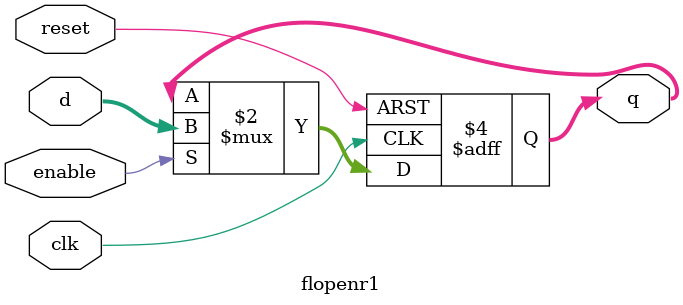
<source format=v>

module flopenr0 #(parameter WIDTH=4) (
	input clk, reset, enable,
	input [WIDTH-1:0] d,
	output reg [WIDTH-1:0] q
);
//--Input Ports-----
//--Output Ports----

always @ (posedge clk or posedge reset) begin
	if (reset) q <= 0;
	else if (enable) q <= d;
end//always

endmodule

module flopenr1 #(parameter WIDTH=4) (
	input clk, reset, enable,
	input [WIDTH-1:0] d,
	output reg [WIDTH-1:0] q
);
//--Input Ports-----
//--Output Ports----

always @ (posedge clk or posedge reset) begin
	if (reset) q <= 4;
	else if (enable) q <= d;
end//always

endmodule


</source>
